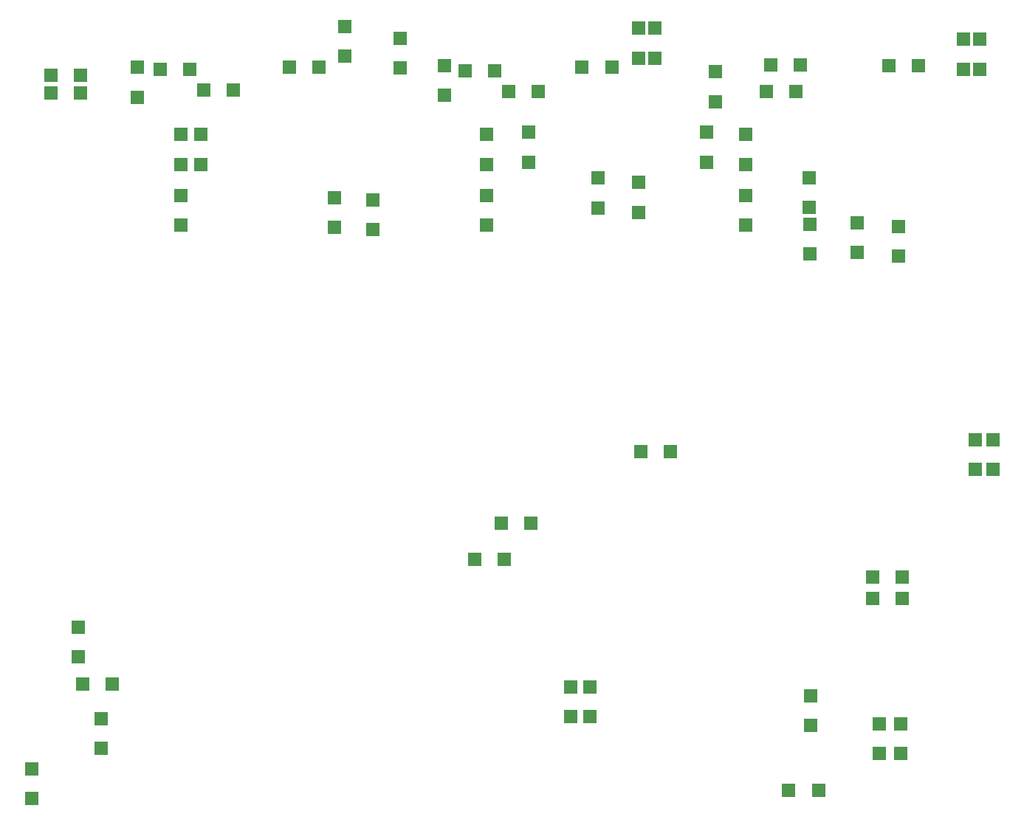
<source format=gbp>
G04 Layer_Color=128*
%FSLAX23Y23*%
%MOIN*%
G70*
G01*
G75*
%ADD11R,0.064X0.064*%
%ADD12R,0.064X0.064*%
D11*
X7569Y4572D02*
D03*
Y4438D02*
D03*
X7490Y4572D02*
D03*
Y4438D02*
D03*
X6742Y5412D02*
D03*
Y5546D02*
D03*
X3991Y5816D02*
D03*
Y5950D02*
D03*
X6275Y5826D02*
D03*
Y5960D02*
D03*
X7141Y5402D02*
D03*
Y5536D02*
D03*
X5472Y5826D02*
D03*
Y5960D02*
D03*
X5969Y5599D02*
D03*
Y5733D02*
D03*
X4769Y5521D02*
D03*
Y5655D02*
D03*
X4892Y6384D02*
D03*
Y6250D02*
D03*
X5969Y6430D02*
D03*
Y6296D02*
D03*
X7510Y6246D02*
D03*
Y6380D02*
D03*
X7057Y3289D02*
D03*
Y3155D02*
D03*
X5664Y3456D02*
D03*
Y3322D02*
D03*
X6747Y3281D02*
D03*
Y3415D02*
D03*
X3543Y3178D02*
D03*
Y3312D02*
D03*
X3440Y3725D02*
D03*
Y3591D02*
D03*
X3228Y3086D02*
D03*
Y2952D02*
D03*
X7151Y3155D02*
D03*
Y3289D02*
D03*
X5748Y3322D02*
D03*
Y3456D02*
D03*
X3706Y6253D02*
D03*
Y6119D02*
D03*
X3903Y5540D02*
D03*
Y5674D02*
D03*
Y5816D02*
D03*
Y5950D02*
D03*
X6316Y6233D02*
D03*
Y6099D02*
D03*
X5092Y6261D02*
D03*
Y6127D02*
D03*
X6043Y6430D02*
D03*
Y6296D02*
D03*
X7435Y6246D02*
D03*
Y6380D02*
D03*
X6452Y5816D02*
D03*
Y5950D02*
D03*
Y5540D02*
D03*
Y5674D02*
D03*
X5281Y5540D02*
D03*
Y5674D02*
D03*
Y5816D02*
D03*
Y5950D02*
D03*
X4643Y6438D02*
D03*
Y6304D02*
D03*
X4597Y5532D02*
D03*
Y5666D02*
D03*
X5785Y5619D02*
D03*
Y5753D02*
D03*
X6956Y5417D02*
D03*
Y5551D02*
D03*
X6740Y5754D02*
D03*
Y5620D02*
D03*
D12*
X3450Y6137D02*
D03*
X3316D02*
D03*
X6781Y2987D02*
D03*
X6647D02*
D03*
X6112Y4518D02*
D03*
X5978D02*
D03*
X5482Y4193D02*
D03*
X5348D02*
D03*
X7160Y3853D02*
D03*
X7026D02*
D03*
X7160Y3952D02*
D03*
X7026D02*
D03*
X5364Y4031D02*
D03*
X5230D02*
D03*
X3593Y3469D02*
D03*
X3459D02*
D03*
X3943Y6245D02*
D03*
X3809D02*
D03*
X4139Y6150D02*
D03*
X4005D02*
D03*
X7234Y6261D02*
D03*
X7100D02*
D03*
X6699Y6265D02*
D03*
X6565D02*
D03*
X5848Y6253D02*
D03*
X5714D02*
D03*
X4525D02*
D03*
X4391D02*
D03*
X6680Y6143D02*
D03*
X6546D02*
D03*
X5320Y6237D02*
D03*
X5186D02*
D03*
X3316Y6217D02*
D03*
X3450D02*
D03*
X5517Y6143D02*
D03*
X5383D02*
D03*
M02*

</source>
